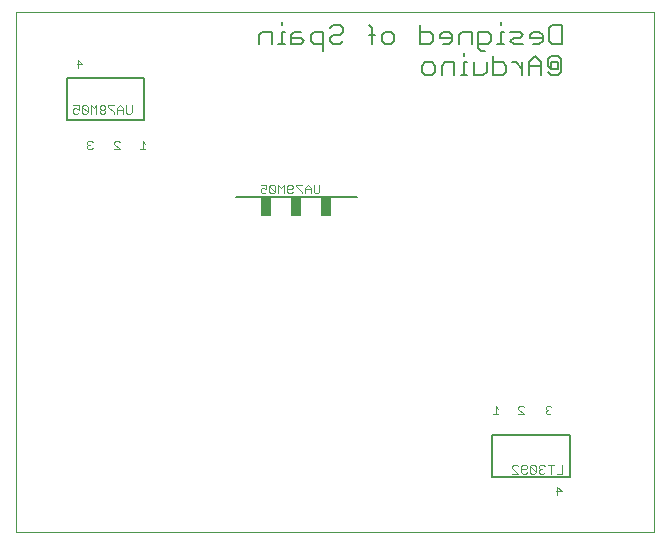
<source format=gbo>
G75*
%MOIN*%
%OFA0B0*%
%FSLAX25Y25*%
%IPPOS*%
%LPD*%
%AMOC8*
5,1,8,0,0,1.08239X$1,22.5*
%
%ADD10C,0.00000*%
%ADD11C,0.00600*%
%ADD12C,0.00800*%
%ADD13C,0.00400*%
%ADD14C,0.00300*%
%ADD15R,0.03800X0.06600*%
D10*
X0173228Y0070866D02*
X0173228Y0244094D01*
X0385827Y0244094D01*
X0385827Y0070866D01*
X0173228Y0070866D01*
D11*
X0309720Y0223135D02*
X0308652Y0224202D01*
X0308652Y0226337D01*
X0309720Y0227405D01*
X0311855Y0227405D01*
X0312922Y0226337D01*
X0312922Y0224202D01*
X0311855Y0223135D01*
X0309720Y0223135D01*
X0315098Y0223135D02*
X0315098Y0226337D01*
X0316165Y0227405D01*
X0319368Y0227405D01*
X0319368Y0223135D01*
X0321530Y0223135D02*
X0323665Y0223135D01*
X0322597Y0223135D02*
X0322597Y0227405D01*
X0323665Y0227405D01*
X0325840Y0227405D02*
X0325840Y0223135D01*
X0329043Y0223135D01*
X0330110Y0224202D01*
X0330110Y0227405D01*
X0332286Y0227405D02*
X0335488Y0227405D01*
X0336556Y0226337D01*
X0336556Y0224202D01*
X0335488Y0223135D01*
X0332286Y0223135D01*
X0332286Y0229540D01*
X0329443Y0231236D02*
X0328376Y0231236D01*
X0327308Y0232303D01*
X0327308Y0237641D01*
X0330511Y0237641D01*
X0331578Y0236574D01*
X0331578Y0234438D01*
X0330511Y0233371D01*
X0327308Y0233371D01*
X0325133Y0233371D02*
X0325133Y0237641D01*
X0321930Y0237641D01*
X0320863Y0236574D01*
X0320863Y0233371D01*
X0318687Y0234438D02*
X0318687Y0236574D01*
X0317620Y0237641D01*
X0315485Y0237641D01*
X0314417Y0236574D01*
X0314417Y0235506D01*
X0318687Y0235506D01*
X0318687Y0234438D02*
X0317620Y0233371D01*
X0315485Y0233371D01*
X0312242Y0234438D02*
X0312242Y0236574D01*
X0311174Y0237641D01*
X0307972Y0237641D01*
X0307972Y0239776D02*
X0307972Y0233371D01*
X0311174Y0233371D01*
X0312242Y0234438D01*
X0322597Y0230608D02*
X0322597Y0229540D01*
X0333740Y0233371D02*
X0335875Y0233371D01*
X0334808Y0233371D02*
X0334808Y0237641D01*
X0335875Y0237641D01*
X0338051Y0237641D02*
X0341253Y0237641D01*
X0342321Y0236574D01*
X0341253Y0235506D01*
X0339118Y0235506D01*
X0338051Y0234438D01*
X0339118Y0233371D01*
X0342321Y0233371D01*
X0344496Y0235506D02*
X0348766Y0235506D01*
X0348766Y0234438D02*
X0348766Y0236574D01*
X0347699Y0237641D01*
X0345564Y0237641D01*
X0344496Y0236574D01*
X0344496Y0235506D01*
X0345564Y0233371D02*
X0347699Y0233371D01*
X0348766Y0234438D01*
X0350941Y0234438D02*
X0352009Y0233371D01*
X0355212Y0233371D01*
X0355212Y0239776D01*
X0352009Y0239776D01*
X0350941Y0238709D01*
X0350941Y0234438D01*
X0351615Y0229540D02*
X0350548Y0228473D01*
X0350548Y0226337D01*
X0351615Y0225270D01*
X0351615Y0227405D01*
X0353751Y0227405D01*
X0353751Y0225270D01*
X0351615Y0225270D01*
X0350548Y0224202D02*
X0351615Y0223135D01*
X0353751Y0223135D01*
X0354818Y0224202D01*
X0354818Y0228473D01*
X0353751Y0229540D01*
X0351615Y0229540D01*
X0348373Y0227405D02*
X0346237Y0229540D01*
X0344102Y0227405D01*
X0344102Y0223135D01*
X0341927Y0223135D02*
X0341927Y0227405D01*
X0341927Y0225270D02*
X0339792Y0227405D01*
X0338724Y0227405D01*
X0344102Y0226337D02*
X0348373Y0226337D01*
X0348373Y0227405D02*
X0348373Y0223135D01*
X0334808Y0239776D02*
X0334808Y0240844D01*
X0299351Y0236574D02*
X0299351Y0234438D01*
X0298283Y0233371D01*
X0296148Y0233371D01*
X0295081Y0234438D01*
X0295081Y0236574D01*
X0296148Y0237641D01*
X0298283Y0237641D01*
X0299351Y0236574D01*
X0292905Y0236574D02*
X0290770Y0236574D01*
X0291838Y0238709D02*
X0290770Y0239776D01*
X0291838Y0238709D02*
X0291838Y0233371D01*
X0282163Y0234438D02*
X0281095Y0233371D01*
X0278960Y0233371D01*
X0277893Y0234438D01*
X0277893Y0235506D01*
X0278960Y0236574D01*
X0281095Y0236574D01*
X0282163Y0237641D01*
X0282163Y0238709D01*
X0281095Y0239776D01*
X0278960Y0239776D01*
X0277893Y0238709D01*
X0275717Y0237641D02*
X0272515Y0237641D01*
X0271447Y0236574D01*
X0271447Y0234438D01*
X0272515Y0233371D01*
X0275717Y0233371D01*
X0275717Y0231236D02*
X0275717Y0237641D01*
X0269272Y0234438D02*
X0268204Y0235506D01*
X0265002Y0235506D01*
X0265002Y0236574D02*
X0265002Y0233371D01*
X0268204Y0233371D01*
X0269272Y0234438D01*
X0268204Y0237641D02*
X0266069Y0237641D01*
X0265002Y0236574D01*
X0262826Y0237641D02*
X0261759Y0237641D01*
X0261759Y0233371D01*
X0262826Y0233371D02*
X0260691Y0233371D01*
X0258529Y0233371D02*
X0258529Y0237641D01*
X0255327Y0237641D01*
X0254259Y0236574D01*
X0254259Y0233371D01*
X0261759Y0239776D02*
X0261759Y0240844D01*
D12*
X0215892Y0222276D02*
X0215892Y0208276D01*
X0190092Y0208276D01*
X0190092Y0222276D01*
X0215892Y0222276D01*
X0246638Y0182402D02*
X0286748Y0182402D01*
X0331982Y0103063D02*
X0331982Y0089063D01*
X0357782Y0089063D01*
X0357782Y0103063D01*
X0331982Y0103063D01*
D13*
X0332167Y0110063D02*
X0334035Y0110063D01*
X0333101Y0110063D02*
X0333101Y0112865D01*
X0334035Y0111931D01*
X0340679Y0111968D02*
X0340679Y0112435D01*
X0341146Y0112902D01*
X0342080Y0112902D01*
X0342547Y0112435D01*
X0340679Y0111968D02*
X0342547Y0110100D01*
X0340679Y0110100D01*
X0349779Y0110530D02*
X0350246Y0110063D01*
X0351180Y0110063D01*
X0351647Y0110530D01*
X0350713Y0111464D02*
X0350246Y0111464D01*
X0349779Y0110997D01*
X0349779Y0110530D01*
X0350246Y0111464D02*
X0349779Y0111931D01*
X0349779Y0112398D01*
X0350246Y0112865D01*
X0351180Y0112865D01*
X0351647Y0112398D01*
X0353727Y0085865D02*
X0355128Y0084464D01*
X0353260Y0084464D01*
X0353727Y0083063D02*
X0353727Y0085865D01*
X0216385Y0198476D02*
X0214517Y0198476D01*
X0215451Y0198476D02*
X0215451Y0201278D01*
X0216385Y0200344D01*
X0207873Y0200774D02*
X0207406Y0201241D01*
X0206472Y0201241D01*
X0206005Y0200774D01*
X0206005Y0200307D01*
X0207873Y0198439D01*
X0206005Y0198439D01*
X0198773Y0198943D02*
X0198306Y0198476D01*
X0197372Y0198476D01*
X0196905Y0198943D01*
X0196905Y0199410D01*
X0197372Y0199877D01*
X0197839Y0199877D01*
X0197372Y0199877D02*
X0196905Y0200344D01*
X0196905Y0200811D01*
X0197372Y0201278D01*
X0198306Y0201278D01*
X0198773Y0200811D01*
X0193891Y0225476D02*
X0193891Y0228278D01*
X0195292Y0226877D01*
X0193424Y0226877D01*
D14*
X0194179Y0213128D02*
X0194179Y0211677D01*
X0193211Y0212161D01*
X0192728Y0212161D01*
X0192244Y0211677D01*
X0192244Y0210709D01*
X0192728Y0210226D01*
X0193695Y0210226D01*
X0194179Y0210709D01*
X0195190Y0210709D02*
X0195190Y0212644D01*
X0197125Y0210709D01*
X0196642Y0210226D01*
X0195674Y0210226D01*
X0195190Y0210709D01*
X0197125Y0210709D02*
X0197125Y0212644D01*
X0196642Y0213128D01*
X0195674Y0213128D01*
X0195190Y0212644D01*
X0194179Y0213128D02*
X0192244Y0213128D01*
X0198137Y0213128D02*
X0198137Y0210226D01*
X0200072Y0210226D02*
X0200072Y0213128D01*
X0199104Y0212161D01*
X0198137Y0213128D01*
X0201083Y0212644D02*
X0201083Y0212161D01*
X0201567Y0211677D01*
X0202535Y0211677D01*
X0203018Y0212161D01*
X0203018Y0212644D01*
X0202535Y0213128D01*
X0201567Y0213128D01*
X0201083Y0212644D01*
X0201567Y0211677D02*
X0201083Y0211193D01*
X0201083Y0210709D01*
X0201567Y0210226D01*
X0202535Y0210226D01*
X0203018Y0210709D01*
X0203018Y0211193D01*
X0202535Y0211677D01*
X0204030Y0212644D02*
X0204030Y0213128D01*
X0205965Y0213128D01*
X0206976Y0212161D02*
X0206976Y0210226D01*
X0205965Y0210226D02*
X0205965Y0210709D01*
X0204030Y0212644D01*
X0206976Y0212161D02*
X0207944Y0213128D01*
X0208911Y0212161D01*
X0208911Y0210226D01*
X0209923Y0210709D02*
X0209923Y0213128D01*
X0208911Y0211677D02*
X0206976Y0211677D01*
X0209923Y0210709D02*
X0210407Y0210226D01*
X0211374Y0210226D01*
X0211858Y0210709D01*
X0211858Y0213128D01*
X0254756Y0186643D02*
X0256691Y0186643D01*
X0256691Y0185192D01*
X0255723Y0185676D01*
X0255239Y0185676D01*
X0254756Y0185192D01*
X0254756Y0184224D01*
X0255239Y0183741D01*
X0256207Y0183741D01*
X0256691Y0184224D01*
X0257702Y0184224D02*
X0258186Y0183741D01*
X0259153Y0183741D01*
X0259637Y0184224D01*
X0257702Y0186159D01*
X0257702Y0184224D01*
X0259637Y0184224D02*
X0259637Y0186159D01*
X0259153Y0186643D01*
X0258186Y0186643D01*
X0257702Y0186159D01*
X0260649Y0186643D02*
X0260649Y0183741D01*
X0262584Y0183741D02*
X0262584Y0186643D01*
X0261616Y0185676D01*
X0260649Y0186643D01*
X0263595Y0186159D02*
X0263595Y0184224D01*
X0264079Y0183741D01*
X0265046Y0183741D01*
X0265530Y0184224D01*
X0265046Y0185192D02*
X0263595Y0185192D01*
X0263595Y0186159D02*
X0264079Y0186643D01*
X0265046Y0186643D01*
X0265530Y0186159D01*
X0265530Y0185676D01*
X0265046Y0185192D01*
X0266542Y0186159D02*
X0268477Y0184224D01*
X0268477Y0183741D01*
X0269488Y0183741D02*
X0269488Y0185676D01*
X0270456Y0186643D01*
X0271423Y0185676D01*
X0271423Y0183741D01*
X0272435Y0184224D02*
X0272435Y0186643D01*
X0271423Y0185192D02*
X0269488Y0185192D01*
X0268477Y0186643D02*
X0266542Y0186643D01*
X0266542Y0186159D01*
X0272435Y0184224D02*
X0272918Y0183741D01*
X0273886Y0183741D01*
X0274370Y0184224D01*
X0274370Y0186643D01*
X0339180Y0093241D02*
X0340147Y0093241D01*
X0340631Y0092758D01*
X0341643Y0092758D02*
X0342126Y0093241D01*
X0343094Y0093241D01*
X0343578Y0092758D01*
X0343578Y0092274D01*
X0343094Y0091790D01*
X0341643Y0091790D01*
X0341643Y0090823D02*
X0341643Y0092758D01*
X0341643Y0090823D02*
X0342126Y0090339D01*
X0343094Y0090339D01*
X0343578Y0090823D01*
X0344589Y0090823D02*
X0344589Y0092758D01*
X0346524Y0090823D01*
X0346040Y0090339D01*
X0345073Y0090339D01*
X0344589Y0090823D01*
X0344589Y0092758D02*
X0345073Y0093241D01*
X0346040Y0093241D01*
X0346524Y0092758D01*
X0346524Y0090823D01*
X0347536Y0090823D02*
X0348019Y0090339D01*
X0348987Y0090339D01*
X0349471Y0090823D01*
X0348503Y0091790D02*
X0348019Y0091790D01*
X0347536Y0091306D01*
X0347536Y0090823D01*
X0348019Y0091790D02*
X0347536Y0092274D01*
X0347536Y0092758D01*
X0348019Y0093241D01*
X0348987Y0093241D01*
X0349471Y0092758D01*
X0350482Y0093241D02*
X0352417Y0093241D01*
X0351450Y0093241D02*
X0351450Y0090339D01*
X0353429Y0090339D02*
X0355364Y0090339D01*
X0355364Y0093241D01*
X0340631Y0090339D02*
X0338696Y0092274D01*
X0338696Y0092758D01*
X0339180Y0093241D01*
X0338696Y0090339D02*
X0340631Y0090339D01*
D15*
X0276693Y0179440D03*
X0266693Y0179440D03*
X0256693Y0179440D03*
M02*

</source>
